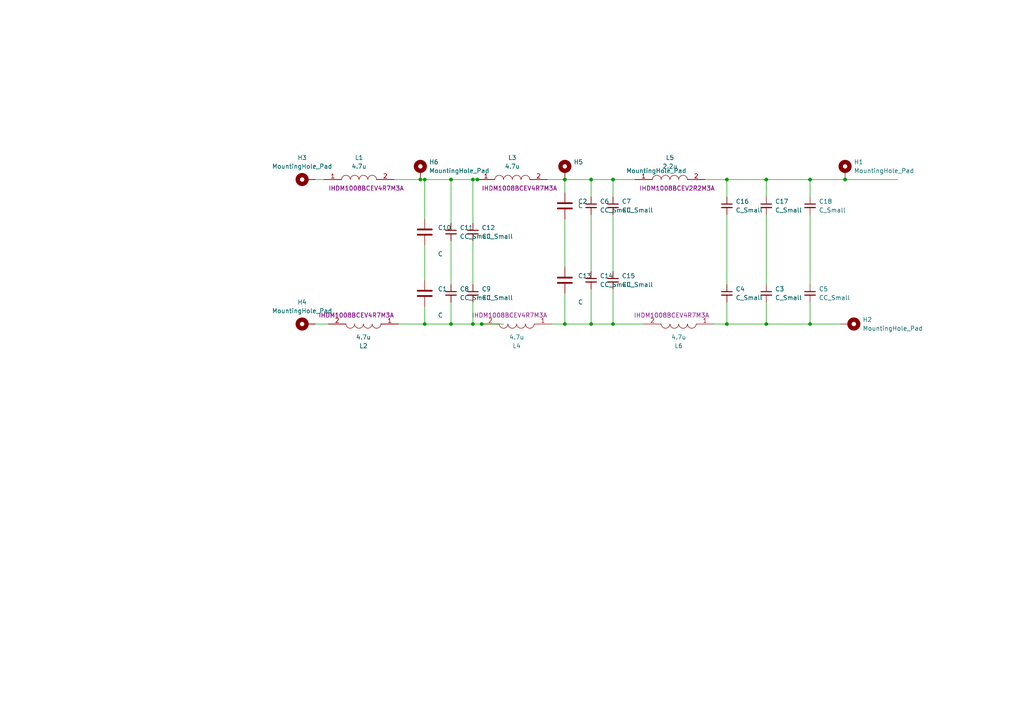
<source format=kicad_sch>
(kicad_sch (version 20230121) (generator eeschema)
  (paper "A4")
  (lib_symbols
    (symbol "Device:C" (pin_numbers hide) (pin_names (offset 0.254))
      (property "Reference" "C" (at 0.635 2.54 0))
      (property "Value" "C" (at 0.635 -2.54 0))
      (symbol "C_0_1"
        (polyline (pts (xy -2.032 -0.762) (xy 2.032 -0.762)) (stroke (width 0.508)))
        (polyline (pts (xy -2.032 0.762) (xy 2.032 0.762)) (stroke (width 0.508)))
      )
      (symbol "C_1_1"
        (pin passive line (at 0 3.81 270) (length 2.794) (name "~") (number "1"))
        (pin passive line (at 0 -3.81 90) (length 2.794) (name "~") (number "2"))
      )
    )
    (symbol "Device:C_Small" (pin_numbers hide) (pin_names (offset 0.254) hide)
      (property "Reference" "C" (at 0.254 1.778 0))
      (property "Value" "C_Small" (at 0.254 -2.032 0))
      (symbol "C_Small_0_1"
        (polyline (pts (xy -1.524 -0.508) (xy 1.524 -0.508)) (stroke (width 0.3302)))
        (polyline (pts (xy -1.524 0.508) (xy 1.524 0.508)) (stroke (width 0.3048)))
      )
      (symbol "C_Small_1_1"
        (pin passive line (at 0 2.54 270) (length 2.032) (name "~") (number "1"))
        (pin passive line (at 0 -2.54 90) (length 2.032) (name "~") (number "2"))
      )
    )
    (symbol "Mechanical:MountingHole_Pad" (pin_numbers hide) (pin_names (offset 1.016) hide)
      (property "Reference" "H" (at 0 6.35 0))
      (property "Value" "MountingHole_Pad" (at 0 4.445 0))
      (symbol "MountingHole_Pad_0_1"
        (circle (center 0 1.27) (radius 1.27) (stroke (width 1.27)))
      )
      (symbol "MountingHole_Pad_1_1"
        (pin input line (at 0 -2.54 90) (length 2.54) (name "1") (number "1"))
      )
    )
    (symbol "New_Library:IHDM1008BCEV100M30" (pin_names (offset 0.762))
      (property "Reference" "L" (at 16.51 6.35 0))
      (property "Value" "IHDM1008BCEV100M30" (at 16.51 3.81 0))
      (symbol "IHDM1008BCEV100M30_0_0"
        (pin passive line (at 0 0 0) (length 5.08) (name "~") (number "1"))
        (pin passive line (at 20.32 0 180) (length 5.08) (name "~") (number "2"))
      )
      (symbol "IHDM1008BCEV100M30_0_1"
        (arc (start 7.62 0) (mid 6.35 1.2202) (end 5.08 0) (stroke (width 0.1524)))
        (arc (start 10.16 0) (mid 8.89 1.2202) (end 7.62 0) (stroke (width 0.1524)))
        (arc (start 12.7 0) (mid 11.43 1.2202) (end 10.16 0) (stroke (width 0.1524)))
        (arc (start 15.24 0) (mid 13.97 1.2202) (end 12.7 0) (stroke (width 0.1524)))
      )
    )
  )
  (junction (at 222.25 93.98))
  (junction (at 234.95 52.07))
  (junction (at 137.16 52.07))
  (junction (at 123.19 93.98))
  (junction (at 171.45 93.98))
  (junction (at 163.83 93.98))
  (junction (at 210.82 93.98))
  (junction (at 245.11 52.07))
  (junction (at 171.45 52.07))
  (junction (at 177.8 52.07))
  (junction (at 139.7 93.98))
  (junction (at 163.83 52.07))
  (junction (at 130.81 93.98))
  (junction (at 130.81 52.07))
  (junction (at 138.43 52.07))
  (junction (at 210.82 52.07))
  (junction (at 222.25 52.07))
  (junction (at 234.95 93.98))
  (junction (at 121.92 52.07))
  (junction (at 177.8 93.98))
  (junction (at 137.16 93.98))
  (junction (at 123.19 52.07))
  (wire (pts (xy 177.8 62.23) (xy 177.8 78.74)))
  (wire (pts (xy 171.45 52.07) (xy 171.45 57.15)))
  (wire (pts (xy 171.45 93.98) (xy 177.8 93.98)))
  (wire (pts (xy 163.83 85.09) (xy 163.83 93.98)))
  (wire (pts (xy 210.82 87.63) (xy 210.82 93.98)))
  (wire (pts (xy 137.16 52.07) (xy 137.16 64.77)))
  (wire (pts (xy 91.44 93.98) (xy 95.25 93.98)))
  (wire (pts (xy 210.82 52.07) (xy 210.82 57.15)))
  (wire (pts (xy 163.83 52.07) (xy 171.45 52.07)))
  (wire (pts (xy 121.92 52.07) (xy 123.19 52.07)))
  (wire (pts (xy 234.95 93.98) (xy 243.84 93.98)))
  (wire (pts (xy 222.25 52.07) (xy 222.25 57.15)))
  (wire (pts (xy 137.16 69.85) (xy 137.16 82.55)))
  (wire (pts (xy 137.16 52.07) (xy 138.43 52.07)))
  (wire (pts (xy 91.44 52.07) (xy 93.98 52.07)))
  (wire (pts (xy 163.83 52.07) (xy 163.83 55.88)))
  (wire (pts (xy 177.8 83.82) (xy 177.8 93.98)))
  (wire (pts (xy 204.47 52.07) (xy 210.82 52.07)))
  (wire (pts (xy 138.43 52.07) (xy 143.51 52.07)))
  (wire (pts (xy 163.83 93.98) (xy 171.45 93.98)))
  (wire (pts (xy 130.81 93.98) (xy 137.16 93.98)))
  (wire (pts (xy 177.8 52.07) (xy 184.15 52.07)))
  (wire (pts (xy 222.25 52.07) (xy 210.82 52.07)))
  (wire (pts (xy 171.45 62.23) (xy 171.45 78.74)))
  (wire (pts (xy 260.35 52.07) (xy 245.11 52.07)))
  (wire (pts (xy 245.11 52.07) (xy 234.95 52.07)))
  (wire (pts (xy 130.81 87.63) (xy 130.81 93.98)))
  (wire (pts (xy 123.19 52.07) (xy 130.81 52.07)))
  (wire (pts (xy 123.19 71.12) (xy 123.19 81.28)))
  (wire (pts (xy 123.19 93.98) (xy 130.81 93.98)))
  (wire (pts (xy 210.82 93.98) (xy 222.25 93.98)))
  (wire (pts (xy 222.25 87.63) (xy 222.25 93.98)))
  (wire (pts (xy 160.02 93.98) (xy 163.83 93.98)))
  (wire (pts (xy 234.95 52.07) (xy 222.25 52.07)))
  (wire (pts (xy 123.19 52.07) (xy 123.19 63.5)))
  (wire (pts (xy 234.95 62.23) (xy 234.95 82.55)))
  (wire (pts (xy 123.19 88.9) (xy 123.19 93.98)))
  (wire (pts (xy 114.3 52.07) (xy 121.92 52.07)))
  (wire (pts (xy 163.83 63.5) (xy 163.83 77.47)))
  (wire (pts (xy 210.82 62.23) (xy 210.82 82.55)))
  (wire (pts (xy 177.8 52.07) (xy 177.8 57.15)))
  (wire (pts (xy 130.81 52.07) (xy 130.81 64.77)))
  (wire (pts (xy 234.95 87.63) (xy 234.95 93.98)))
  (wire (pts (xy 171.45 83.82) (xy 171.45 93.98)))
  (wire (pts (xy 222.25 93.98) (xy 234.95 93.98)))
  (wire (pts (xy 137.16 87.63) (xy 137.16 93.98)))
  (wire (pts (xy 177.8 93.98) (xy 186.69 93.98)))
  (wire (pts (xy 158.75 52.07) (xy 163.83 52.07)))
  (wire (pts (xy 234.95 52.07) (xy 234.95 57.15)))
  (wire (pts (xy 137.16 93.98) (xy 139.7 93.98)))
  (wire (pts (xy 222.25 62.23) (xy 222.25 82.55)))
  (wire (pts (xy 115.57 93.98) (xy 123.19 93.98)))
  (wire (pts (xy 130.81 52.07) (xy 137.16 52.07)))
  (wire (pts (xy 207.01 93.98) (xy 210.82 93.98)))
  (wire (pts (xy 171.45 52.07) (xy 177.8 52.07)))
  (wire (pts (xy 139.7 93.98) (xy 146.05 93.98)))
  (wire (pts (xy 130.81 69.85) (xy 130.81 82.55)))
  (symbol (lib_id "New_Library:IHDM1008BCEV100M30") (at 115.57 93.98 180) (unit 1)
    (property "Reference" "L2" (at 105.41 100.33 0))
    (property "Value" "4.7u" (at 105.41 97.79 0))
    (property "Footprint" "AA-MyLibrary:IHDM1008BCEV1R2M3A" (effects hide))
    (property "Datasheet" "https://www.mouser.com/datasheet/2/427/ihdm-1008bc-v0-1596104.pdf" (effects hide))
    (property "Description" "IHDM1008BCEV4R7M3A" (at 114.3 91.44 0) (effects (justify left)))
    (property "Height" "22.75" (effects hide))
    (property "Manufacturer_Name" "Vishay" (effects hide))
    (property "Manufacturer_Part_Number" "IHDM1008BCEV100M30" (effects hide))
    (property "Mouser Part Number" "70-IHDM1008BCV100M30" (effects hide))
    (property "Mouser Price/Stock" "https://www.mouser.co.uk/ProductDetail/Vishay-Dale/IHDM1008BCEV100M30?qs=T3oQrply3y8HteQqJVJyLg%3D%3D" (effects hide))
  )
  (symbol (lib_id "Mechanical:MountingHole_Pad") (at 121.92 49.53 0) (unit 1)
    (property "Reference" "H6" (at 124.46 46.99 0) (effects (justify left)))
    (property "Value" "MountingHole_Pad" (at 124.46 49.53 0) (effects (justify left)))
    (property "Footprint" "MountingHole:MountingHole_6.4mm_M6_ISO7380_Pad" (effects hide))
  )
  (symbol (lib_id "Device:C_Small") (at 222.25 85.09 0) (unit 1)
    (property "Reference" "C3" (at 224.79 83.8263 0) (effects (justify left)))
    (property "Value" "C_Small" (at 224.79 86.3663 0) (effects (justify left)))
    (property "Footprint" "Capacitor_THT:C_Rect_L7.0mm_W6.5mm_P5.00mm" (effects hide))
  )
  (symbol (lib_id "Mechanical:MountingHole_Pad") (at 245.11 49.53 0) (unit 1)
    (property "Reference" "H1" (at 247.65 46.99 0) (effects (justify left)))
    (property "Value" "MountingHole_Pad" (at 247.65 49.53 0) (effects (justify left)))
    (property "Footprint" "MountingHole:MountingHole_6.4mm_M6_ISO7380_Pad" (effects hide))
  )
  (symbol (lib_id "New_Library:IHDM1008BCEV100M30") (at 93.98 52.07 0) (unit 1)
    (property "Reference" "L1" (at 104.14 45.72 0))
    (property "Value" "4.7u" (at 104.14 48.26 0))
    (property "Footprint" "AA-MyLibrary:IHDM1008BCEV1R2M3A" (effects hide))
    (property "Datasheet" "https://www.mouser.com/datasheet/2/427/ihdm-1008bc-v0-1596104.pdf" (effects hide))
    (property "Description" "IHDM1008BCEV4R7M3A" (at 95.25 54.61 0) (effects (justify left)))
    (property "Height" "22.75" (effects hide))
    (property "Manufacturer_Name" "Vishay" (effects hide))
    (property "Manufacturer_Part_Number" "IHDM1008BCEV100M30" (effects hide))
    (property "Mouser Part Number" "70-IHDM1008BCV100M30" (effects hide))
    (property "Mouser Price/Stock" "https://www.mouser.co.uk/ProductDetail/Vishay-Dale/IHDM1008BCEV100M30?qs=T3oQrply3y8HteQqJVJyLg%3D%3D" (effects hide))
  )
  (symbol (lib_id "Mechanical:MountingHole_Pad") (at 88.9 52.07 90) (unit 1)
    (property "Reference" "H3" (at 87.63 45.72 90))
    (property "Value" "MountingHole_Pad" (at 87.63 48.26 90))
    (property "Footprint" "MountingHole:MountingHole_6.4mm_M6_ISO7380_Pad" (effects hide))
  )
  (symbol (lib_id "Device:C_Small") (at 130.81 85.09 0) (unit 1)
    (property "Reference" "C8" (at 133.35 83.8263 0) (effects (justify left)))
    (property "Value" "CC_Small" (at 133.35 86.3663 0) (effects (justify left)))
    (property "Footprint" "Capacitor_THT:C_Rect_L7.0mm_W3.5mm_P5.00mm" (effects hide))
  )
  (symbol (lib_id "Device:C") (at 163.83 81.28 0) (unit 1)
    (property "Reference" "C13" (at 167.64 80.01 0) (effects (justify left)))
    (property "Value" "C" (at 167.64 87.63 0) (effects (justify left)))
    (property "Footprint" "AA-MyLibrary:KTD500B157M99A0B00" (effects hide))
  )
  (symbol (lib_id "New_Library:IHDM1008BCEV100M30") (at 138.43 52.07 0) (unit 1)
    (property "Reference" "L3" (at 148.59 45.72 0))
    (property "Value" "4.7u" (at 148.59 48.26 0))
    (property "Footprint" "AA-MyLibrary:IHDM1008BCEV1R2M3A" (effects hide))
    (property "Datasheet" "https://www.mouser.com/datasheet/2/427/ihdm-1008bc-v0-1596104.pdf" (effects hide))
    (property "Description" "IHDM1008BCEV4R7M3A" (at 139.7 54.61 0) (effects (justify left)))
    (property "Height" "22.75" (effects hide))
    (property "Manufacturer_Name" "Vishay" (effects hide))
    (property "Manufacturer_Part_Number" "IHDM1008BCEV100M30" (effects hide))
    (property "Mouser Part Number" "70-IHDM1008BCV100M30" (effects hide))
    (property "Mouser Price/Stock" "https://www.mouser.co.uk/ProductDetail/Vishay-Dale/IHDM1008BCEV100M30?qs=T3oQrply3y8HteQqJVJyLg%3D%3D" (effects hide))
  )
  (symbol (lib_id "New_Library:IHDM1008BCEV100M30") (at 207.01 93.98 180) (unit 1)
    (property "Reference" "L6" (at 196.85 100.33 0))
    (property "Value" "4.7u" (at 196.85 97.79 0))
    (property "Footprint" "AA-MyLibrary:IHDM1008BCEV1R2M3A" (effects hide))
    (property "Datasheet" "https://www.mouser.com/datasheet/2/427/ihdm-1008bc-v0-1596104.pdf" (effects hide))
    (property "Description" "IHDM1008BCEV4R7M3A" (at 205.74 91.44 0) (effects (justify left)))
    (property "Height" "22.75" (effects hide))
    (property "Manufacturer_Name" "Vishay" (effects hide))
    (property "Manufacturer_Part_Number" "IHDM1008BCEV100M30" (effects hide))
    (property "Mouser Part Number" "70-IHDM1008BCV100M30" (effects hide))
    (property "Mouser Price/Stock" "https://www.mouser.co.uk/ProductDetail/Vishay-Dale/IHDM1008BCEV100M30?qs=T3oQrply3y8HteQqJVJyLg%3D%3D" (effects hide))
  )
  (symbol (lib_id "Device:C_Small") (at 171.45 59.69 0) (unit 1)
    (property "Reference" "C6" (at 173.99 58.4263 0) (effects (justify left)))
    (property "Value" "CC_Small" (at 173.99 60.9663 0) (effects (justify left)))
    (property "Footprint" "Capacitor_THT:C_Rect_L7.0mm_W3.5mm_P5.00mm" (effects hide))
  )
  (symbol (lib_id "Device:C_Small") (at 130.81 67.31 0) (unit 1)
    (property "Reference" "C11" (at 133.35 66.0463 0) (effects (justify left)))
    (property "Value" "CC_Small" (at 133.35 68.5863 0) (effects (justify left)))
    (property "Footprint" "Capacitor_THT:C_Rect_L7.0mm_W3.5mm_P5.00mm" (effects hide))
  )
  (symbol (lib_id "New_Library:IHDM1008BCEV100M30") (at 184.15 52.07 0) (unit 1)
    (property "Reference" "L5" (at 194.31 45.72 0))
    (property "Value" "2.2u" (at 194.31 48.26 0))
    (property "Footprint" "AA-MyLibrary:IHDM1008BCEV1R2M3A" (effects hide))
    (property "Datasheet" "https://www.mouser.com/datasheet/2/427/ihdm-1008bc-v0-1596104.pdf" (effects hide))
    (property "Description" "IHDM1008BCEV2R2M3A" (at 185.42 54.61 0) (effects (justify left)))
    (property "Height" "22.75" (effects hide))
    (property "Manufacturer_Name" "Vishay" (effects hide))
    (property "Manufacturer_Part_Number" "IHDM1008BCEV100M30" (effects hide))
    (property "Mouser Part Number" "70-IHDM1008BCV100M30" (effects hide))
    (property "Mouser Price/Stock" "https://www.mouser.co.uk/ProductDetail/Vishay-Dale/IHDM1008BCEV100M30?qs=T3oQrply3y8HteQqJVJyLg%3D%3D" (effects hide))
  )
  (symbol (lib_id "Device:C") (at 163.83 59.69 0) (unit 1)
    (property "Reference" "C2" (at 167.64 58.42 0) (effects (justify left)))
    (property "Value" "C" (at 167.64 59.69 0) (effects (justify left)))
    (property "Footprint" "AA-MyLibrary:KTD500B157M99A0B00" (effects hide))
  )
  (symbol (lib_id "Device:C_Small") (at 177.8 59.69 0) (unit 1)
    (property "Reference" "C7" (at 180.34 58.4263 0) (effects (justify left)))
    (property "Value" "CC_Small" (at 180.34 60.9663 0) (effects (justify left)))
    (property "Footprint" "Capacitor_THT:C_Rect_L7.0mm_W3.5mm_P5.00mm" (effects hide))
  )
  (symbol (lib_id "Device:C_Small") (at 137.16 85.09 0) (unit 1)
    (property "Reference" "C9" (at 139.7 83.8263 0) (effects (justify left)))
    (property "Value" "CC_Small" (at 139.7 86.3663 0) (effects (justify left)))
    (property "Footprint" "Capacitor_THT:C_Rect_L7.0mm_W3.5mm_P5.00mm" (effects hide))
  )
  (symbol (lib_id "Mechanical:MountingHole_Pad") (at 163.83 49.53 0) (unit 1)
    (property "Reference" "H5" (at 166.37 46.99 0) (effects (justify left)))
    (property "Value" "MountingHole_Pad" (at 181.61 49.53 0) (effects (justify left)))
    (property "Footprint" "MountingHole:MountingHole_6.4mm_M6_ISO7380_Pad" (effects hide))
  )
  (symbol (lib_id "Device:C_Small") (at 210.82 59.69 0) (unit 1)
    (property "Reference" "C16" (at 213.36 58.4263 0) (effects (justify left)))
    (property "Value" "C_Small" (at 213.36 60.9663 0) (effects (justify left)))
    (property "Footprint" "Capacitor_THT:C_Rect_L7.0mm_W6.5mm_P5.00mm" (effects hide))
  )
  (symbol (lib_id "Mechanical:MountingHole_Pad") (at 246.38 93.98 270) (unit 1)
    (property "Reference" "H2" (at 250.19 92.71 90) (effects (justify left)))
    (property "Value" "MountingHole_Pad" (at 250.19 95.25 90) (effects (justify left)))
    (property "Footprint" "MountingHole:MountingHole_6.4mm_M6_ISO7380_Pad" (effects hide))
  )
  (symbol (lib_id "Device:C_Small") (at 137.16 67.31 0) (unit 1)
    (property "Reference" "C12" (at 139.7 66.0463 0) (effects (justify left)))
    (property "Value" "CC_Small" (at 139.7 68.5863 0) (effects (justify left)))
    (property "Footprint" "Capacitor_THT:C_Rect_L7.0mm_W3.5mm_P5.00mm" (effects hide))
  )
  (symbol (lib_id "Device:C_Small") (at 234.95 59.69 0) (unit 1)
    (property "Reference" "C18" (at 237.49 58.4263 0) (effects (justify left)))
    (property "Value" "C_Small" (at 237.49 60.9663 0) (effects (justify left)))
    (property "Footprint" "Capacitor_THT:C_Rect_L7.0mm_W6.5mm_P5.00mm" (effects hide))
  )
  (symbol (lib_id "Device:C") (at 123.19 85.09 0) (unit 1)
    (property "Reference" "C1" (at 127 83.82 0) (effects (justify left)))
    (property "Value" "C" (at 127 91.44 0) (effects (justify left)))
    (property "Footprint" "AA-MyLibrary:KTD500B157M99A0B00" (effects hide))
  )
  (symbol (lib_id "Mechanical:MountingHole_Pad") (at 88.9 93.98 90) (unit 1)
    (property "Reference" "H4" (at 87.63 87.63 90))
    (property "Value" "MountingHole_Pad" (at 87.63 90.17 90))
    (property "Footprint" "MountingHole:MountingHole_6.4mm_M6_ISO7380_Pad" (effects hide))
  )
  (symbol (lib_id "Device:C_Small") (at 222.25 59.69 0) (unit 1)
    (property "Reference" "C17" (at 224.79 58.4263 0) (effects (justify left)))
    (property "Value" "C_Small" (at 224.79 60.9663 0) (effects (justify left)))
    (property "Footprint" "Capacitor_THT:C_Rect_L7.0mm_W6.5mm_P5.00mm" (effects hide))
  )
  (symbol (lib_id "Device:C_Small") (at 177.8 81.28 0) (unit 1)
    (property "Reference" "C15" (at 180.34 80.0163 0) (effects (justify left)))
    (property "Value" "CC_Small" (at 180.34 82.5563 0) (effects (justify left)))
    (property "Footprint" "Capacitor_THT:C_Rect_L7.0mm_W3.5mm_P5.00mm" (effects hide))
  )
  (symbol (lib_id "Device:C_Small") (at 234.95 85.09 0) (unit 1)
    (property "Reference" "C5" (at 237.49 83.8263 0) (effects (justify left)))
    (property "Value" "CC_Small" (at 237.49 86.3663 0) (effects (justify left)))
    (property "Footprint" "Capacitor_THT:C_Rect_L7.0mm_W3.5mm_P5.00mm" (effects hide))
  )
  (symbol (lib_id "Device:C_Small") (at 210.82 85.09 0) (unit 1)
    (property "Reference" "C4" (at 213.36 83.8263 0) (effects (justify left)))
    (property "Value" "C_Small" (at 213.36 86.3663 0) (effects (justify left)))
    (property "Footprint" "Capacitor_THT:C_Rect_L7.0mm_W6.5mm_P5.00mm" (effects hide))
  )
  (symbol (lib_id "Device:C") (at 123.19 67.31 0) (unit 1)
    (property "Reference" "C10" (at 127 66.04 0) (effects (justify left)))
    (property "Value" "C" (at 127 73.66 0) (effects (justify left)))
    (property "Footprint" "AA-MyLibrary:KTD500B157M99A0B00" (effects hide))
  )
  (symbol (lib_id "New_Library:IHDM1008BCEV100M30") (at 160.02 93.98 180) (unit 1)
    (property "Reference" "L4" (at 149.86 100.33 0))
    (property "Value" "4.7u" (at 149.86 97.79 0))
    (property "Footprint" "AA-MyLibrary:IHDM1008BCEV1R2M3A" (effects hide))
    (property "Datasheet" "https://www.mouser.com/datasheet/2/427/ihdm-1008bc-v0-1596104.pdf" (effects hide))
    (property "Description" "IHDM1008BCEV4R7M3A" (at 158.75 91.44 0) (effects (justify left)))
    (property "Height" "22.75" (effects hide))
    (property "Manufacturer_Name" "Vishay" (effects hide))
    (property "Manufacturer_Part_Number" "IHDM1008BCEV100M30" (effects hide))
    (property "Mouser Part Number" "70-IHDM1008BCV100M30" (effects hide))
    (property "Mouser Price/Stock" "https://www.mouser.co.uk/ProductDetail/Vishay-Dale/IHDM1008BCEV100M30?qs=T3oQrply3y8HteQqJVJyLg%3D%3D" (effects hide))
  )
  (symbol (lib_id "Device:C_Small") (at 171.45 81.28 0) (unit 1)
    (property "Reference" "C14" (at 173.99 80.0163 0) (effects (justify left)))
    (property "Value" "CC_Small" (at 173.99 82.5563 0) (effects (justify left)))
    (property "Footprint" "Capacitor_THT:C_Rect_L7.0mm_W3.5mm_P5.00mm" (effects hide))
  )
)
</source>
